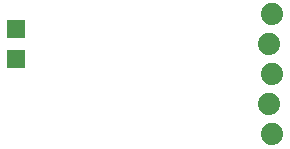
<source format=gbr>
G04 EAGLE Gerber RS-274X export*
G75*
%MOMM*%
%FSLAX34Y34*%
%LPD*%
%INBottom Copper*%
%IPPOS*%
%AMOC8*
5,1,8,0,0,1.08239X$1,22.5*%
G01*
%ADD10R,1.524000X1.524000*%
%ADD11C,1.879600*%


D10*
X38100Y101600D03*
X38100Y127000D03*
D11*
X255270Y139700D03*
X252730Y114300D03*
X255270Y88900D03*
X252730Y63500D03*
X255270Y38100D03*
M02*

</source>
